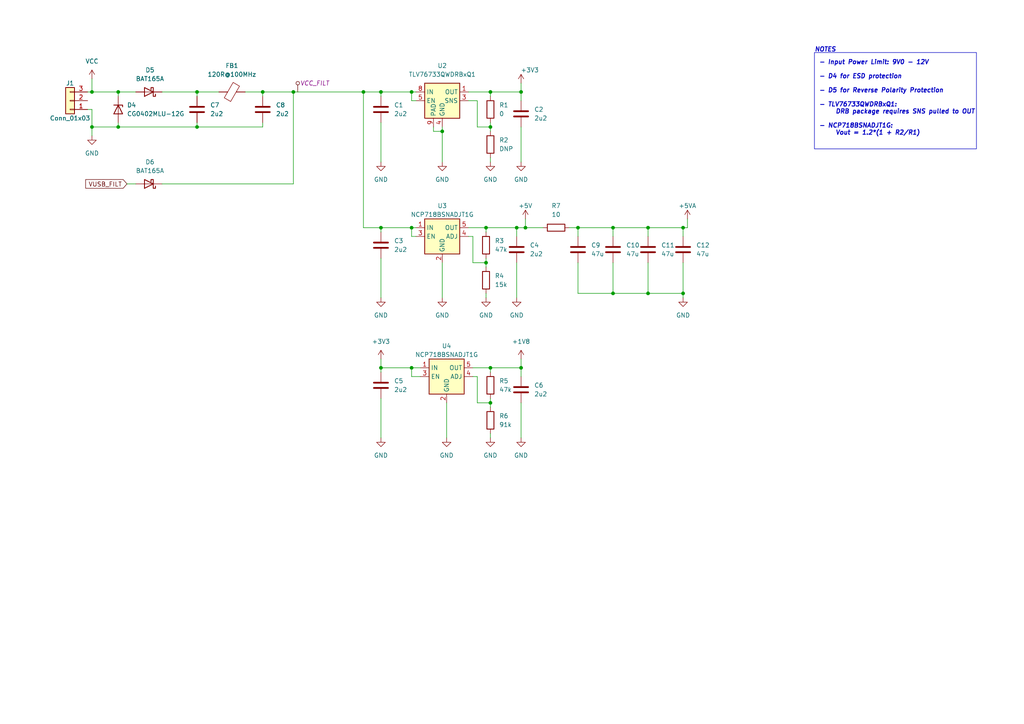
<source format=kicad_sch>
(kicad_sch (version 20230121) (generator eeschema)
  (paper "A4")
  (lib_symbols
    (symbol "Connector_Generic:Conn_01x03" (pin_names (offset 1.016) hide)
      (property "Reference" "J" (at 0 5.08 0))
      (property "Value" "Conn_01x03" (at 0 -5.08 0))
      (symbol "Conn_01x03_1_1"
        (rectangle (start -1.27 -2.413) (end 0 -2.667) (stroke (width 0.1524)))
        (rectangle (start -1.27 0.127) (end 0 -0.127) (stroke (width 0.1524)))
        (rectangle (start -1.27 2.667) (end 0 2.413) (stroke (width 0.1524)))
        (rectangle (start -1.27 3.81) (end 1.27 -3.81) (stroke (width 0.254)) (fill (type background)))
        (pin passive line (at -5.08 2.54 0) (length 3.81) (name "Pin_1") (number "1"))
        (pin passive line (at -5.08 0 0) (length 3.81) (name "Pin_2") (number "2"))
        (pin passive line (at -5.08 -2.54 0) (length 3.81) (name "Pin_3") (number "3"))
      )
    )
    (symbol "Device:C" (pin_numbers hide) (pin_names (offset 0.254))
      (property "Reference" "C" (at 0.635 2.54 0))
      (property "Value" "C" (at 0.635 -2.54 0))
      (symbol "C_0_1"
        (polyline (pts (xy -2.032 -0.762) (xy 2.032 -0.762)) (stroke (width 0.508)))
        (polyline (pts (xy -2.032 0.762) (xy 2.032 0.762)) (stroke (width 0.508)))
      )
      (symbol "C_1_1"
        (pin passive line (at 0 3.81 270) (length 2.794) (name "~") (number "1"))
        (pin passive line (at 0 -3.81 90) (length 2.794) (name "~") (number "2"))
      )
    )
    (symbol "Device:D_Schottky" (pin_numbers hide) (pin_names (offset 1.016) hide)
      (property "Reference" "D" (at 0 2.54 0))
      (property "Value" "D_Schottky" (at 0 -2.54 0))
      (symbol "D_Schottky_0_1"
        (polyline (pts (xy 1.27 0) (xy -1.27 0)))
        (polyline (pts (xy 1.27 1.27) (xy 1.27 -1.27) (xy -1.27 0) (xy 1.27 1.27)) (stroke (width 0.254)))
        (polyline (pts (xy -1.905 0.635) (xy -1.905 1.27) (xy -1.27 1.27) (xy -1.27 -1.27) (xy -0.635 -1.27) (xy -0.635 -0.635)) (stroke (width 0.254)))
      )
      (symbol "D_Schottky_1_1"
        (pin passive line (at -3.81 0 0) (length 2.54) (name "K") (number "1"))
        (pin passive line (at 3.81 0 180) (length 2.54) (name "A") (number "2"))
      )
    )
    (symbol "Device:D_Zener" (pin_numbers hide) (pin_names (offset 1.016) hide)
      (property "Reference" "D" (at 0 2.54 0))
      (property "Value" "D_Zener" (at 0 -2.54 0))
      (symbol "D_Zener_0_1"
        (polyline (pts (xy 1.27 0) (xy -1.27 0)))
        (polyline (pts (xy -1.27 -1.27) (xy -1.27 1.27) (xy -0.762 1.27)) (stroke (width 0.254)))
        (polyline (pts (xy 1.27 -1.27) (xy 1.27 1.27) (xy -1.27 0) (xy 1.27 -1.27)) (stroke (width 0.254)))
      )
      (symbol "D_Zener_1_1"
        (pin passive line (at -3.81 0 0) (length 2.54) (name "K") (number "1"))
        (pin passive line (at 3.81 0 180) (length 2.54) (name "A") (number "2"))
      )
    )
    (symbol "Device:FerriteBead" (pin_numbers hide) (pin_names (offset 0))
      (property "Reference" "FB" (at -3.81 0.635 90))
      (property "Value" "FerriteBead" (at 3.81 0 90))
      (symbol "FerriteBead_0_1"
        (polyline (pts (xy 0 -1.27) (xy 0 -1.2192)))
        (polyline (pts (xy 0 1.27) (xy 0 1.2954)))
        (polyline (pts (xy -2.7686 0.4064) (xy -1.7018 2.2606) (xy 2.7686 -0.3048) (xy 1.6764 -2.159) (xy -2.7686 0.4064)))
      )
      (symbol "FerriteBead_1_1"
        (pin passive line (at 0 3.81 270) (length 2.54) (name "~") (number "1"))
        (pin passive line (at 0 -3.81 90) (length 2.54) (name "~") (number "2"))
      )
    )
    (symbol "Device:R" (pin_numbers hide) (pin_names (offset 0))
      (property "Reference" "R" (at 2.032 0 90))
      (property "Value" "R" (at 0 0 90))
      (symbol "R_0_1"
        (rectangle (start -1.016 -2.54) (end 1.016 2.54) (stroke (width 0.254)))
      )
      (symbol "R_1_1"
        (pin passive line (at 0 3.81 270) (length 1.27) (name "~") (number "1"))
        (pin passive line (at 0 -3.81 90) (length 1.27) (name "~") (number "2"))
      )
    )
    (symbol "Regulator_Linear:NCP718BSNADJT1G"
      (property "Reference" "U" (at 0 0 0))
      (symbol "NCP718BSNADJT1G_0_1"
        (rectangle (start -5.08 -1.27) (end 5.08 -11.43) (stroke (width 0.254)) (fill (type background)))
        (pin power_in line (at -7.62 -3.81 0) (length 2.54) (name "IN") (number "1"))
        (pin input line (at -7.62 -6.35 0) (length 2.54) (name "EN") (number "3"))
      )
      (symbol "NCP718BSNADJT1G_1_1"
        (pin power_in line (at 0 -13.97 90) (length 2.54) (name "GND") (number "2"))
        (pin input line (at 7.62 -6.35 180) (length 2.54) (name "ADJ") (number "4"))
        (pin power_out line (at 7.62 -3.81 180) (length 2.54) (name "OUT") (number "5"))
      )
    )
    (symbol "Regulator_Linear:TLV76733QWDRBxQ1"
      (property "Reference" "U" (at 0 8.89 0))
      (property "Value" "TLV76733QWDRBxQ1" (at 0 6.35 0))
      (symbol "TLV76733QWDRBxQ1_0_1"
        (rectangle (start -5.08 5.08) (end 5.08 -5.08) (stroke (width 0.254)) (fill (type background)))
      )
      (symbol "TLV76733QWDRBxQ1_1_1"
        (pin power_out line (at 7.62 2.54 180) (length 2.54) (name "OUT") (number "1"))
        (pin no_connect line (at 5.08 -2.54 180) (length 2.54) hide (name "NC") (number "2"))
        (pin input line (at 7.62 0 180) (length 2.54) (name "SNS") (number "3"))
        (pin power_in line (at 0 -7.62 90) (length 2.54) (name "GND") (number "4"))
        (pin input line (at -7.62 0 0) (length 2.54) (name "EN") (number "5"))
        (pin passive line (at 0 -7.62 90) (length 2.54) hide (name "GND") (number "6"))
        (pin no_connect line (at -5.08 -2.54 0) (length 2.54) hide (name "NC") (number "7"))
        (pin power_in line (at -7.62 2.54 0) (length 2.54) (name "IN") (number "8"))
        (pin passive line (at -2.54 -7.62 90) (length 2.54) (name "PAD") (number "9"))
      )
    )
    (symbol "power:+1V8" (power) (pin_names (offset 0))
      (property "Value" "+1V8" (at 0 3.556 0))
      (symbol "+1V8_0_1"
        (polyline (pts (xy -0.762 1.27) (xy 0 2.54)))
        (polyline (pts (xy 0 0) (xy 0 2.54)))
        (polyline (pts (xy 0 2.54) (xy 0.762 1.27)))
      )
      (symbol "+1V8_1_1"
        (pin power_in line (at 0 0 90) (length 0) hide (name "+1V8") (number "1"))
      )
    )
    (symbol "power:+3V3" (power) (pin_names (offset 0))
      (property "Value" "+3V3" (at 0 3.556 0))
      (symbol "+3V3_0_1"
        (polyline (pts (xy -0.762 1.27) (xy 0 2.54)))
        (polyline (pts (xy 0 0) (xy 0 2.54)))
        (polyline (pts (xy 0 2.54) (xy 0.762 1.27)))
      )
      (symbol "+3V3_1_1"
        (pin power_in line (at 0 0 90) (length 0) hide (name "+3V3") (number "1"))
      )
    )
    (symbol "power:+5V" (power) (pin_names (offset 0))
      (property "Value" "+5V" (at 0 3.556 0))
      (symbol "+5V_0_1"
        (polyline (pts (xy -0.762 1.27) (xy 0 2.54)))
        (polyline (pts (xy 0 0) (xy 0 2.54)))
        (polyline (pts (xy 0 2.54) (xy 0.762 1.27)))
      )
      (symbol "+5V_1_1"
        (pin power_in line (at 0 0 90) (length 0) hide (name "+5V") (number "1"))
      )
    )
    (symbol "power:+5VA" (power) (pin_names (offset 0))
      (property "Value" "+5VA" (at 0 3.556 0))
      (symbol "+5VA_0_1"
        (polyline (pts (xy -0.762 1.27) (xy 0 2.54)))
        (polyline (pts (xy 0 0) (xy 0 2.54)))
        (polyline (pts (xy 0 2.54) (xy 0.762 1.27)))
      )
      (symbol "+5VA_1_1"
        (pin power_in line (at 0 0 90) (length 0) hide (name "+5VA") (number "1"))
      )
    )
    (symbol "power:GND" (power) (pin_names (offset 0))
      (property "Value" "GND" (at 0 -3.81 0))
      (symbol "GND_0_1"
        (polyline (pts (xy 0 0) (xy 0 -1.27) (xy 1.27 -1.27) (xy 0 -2.54) (xy -1.27 -1.27) (xy 0 -1.27)))
      )
      (symbol "GND_1_1"
        (pin power_in line (at 0 0 270) (length 0) hide (name "GND") (number "1"))
      )
    )
    (symbol "power:VCC" (power) (pin_names (offset 0))
      (property "Value" "VCC" (at 0 3.81 0))
      (symbol "VCC_0_1"
        (polyline (pts (xy -0.762 1.27) (xy 0 2.54)))
        (polyline (pts (xy 0 0) (xy 0 2.54)))
        (polyline (pts (xy 0 2.54) (xy 0.762 1.27)))
      )
      (symbol "VCC_1_1"
        (pin power_in line (at 0 0 90) (length 0) hide (name "VCC") (number "1"))
      )
    )
  )
  (junction (at 152.4 66.04))
  (junction (at 34.29 36.83))
  (junction (at 119.38 66.04))
  (junction (at 198.12 85.09))
  (junction (at 151.13 26.67))
  (junction (at 105.41 26.67))
  (junction (at 110.49 26.67))
  (junction (at 187.96 85.09))
  (junction (at 76.2 26.67))
  (junction (at 26.67 36.83))
  (junction (at 177.8 85.09))
  (junction (at 177.8 66.04))
  (junction (at 110.49 66.04))
  (junction (at 110.49 106.68))
  (junction (at 187.96 66.04))
  (junction (at 128.27 38.1))
  (junction (at 167.64 66.04))
  (junction (at 142.24 36.83))
  (junction (at 142.24 26.67))
  (junction (at 149.86 66.04))
  (junction (at 26.67 26.67))
  (junction (at 142.24 116.84))
  (junction (at 57.15 36.83))
  (junction (at 57.15 26.67))
  (junction (at 119.38 106.68))
  (junction (at 140.97 76.2))
  (junction (at 140.97 66.04))
  (junction (at 34.29 26.67))
  (junction (at 85.09 26.67))
  (junction (at 142.24 106.68))
  (junction (at 198.12 66.04))
  (junction (at 119.38 26.67))
  (junction (at 151.13 106.68))
  (wire (pts (xy 34.29 26.67) (xy 39.37 26.67)))
  (wire (pts (xy 85.09 26.67) (xy 105.41 26.67)))
  (wire (pts (xy 151.13 36.83) (xy 151.13 46.99)))
  (wire (pts (xy 165.1 66.04) (xy 167.64 66.04)))
  (wire (pts (xy 128.27 76.2) (xy 128.27 86.36)))
  (wire (pts (xy 119.38 29.21) (xy 119.38 26.67)))
  (wire (pts (xy 46.99 53.34) (xy 85.09 53.34)))
  (wire (pts (xy 85.09 53.34) (xy 85.09 26.67)))
  (wire (pts (xy 110.49 106.68) (xy 119.38 106.68)))
  (wire (pts (xy 110.49 104.14) (xy 110.49 106.68)))
  (wire (pts (xy 57.15 35.56) (xy 57.15 36.83)))
  (wire (pts (xy 110.49 35.56) (xy 110.49 46.99)))
  (wire (pts (xy 199.39 63.5) (xy 199.39 66.04)))
  (wire (pts (xy 76.2 26.67) (xy 85.09 26.67)))
  (wire (pts (xy 26.67 22.86) (xy 26.67 26.67)))
  (wire (pts (xy 140.97 66.04) (xy 149.86 66.04)))
  (wire (pts (xy 128.27 38.1) (xy 128.27 46.99)))
  (wire (pts (xy 140.97 85.09) (xy 140.97 86.36)))
  (wire (pts (xy 34.29 36.83) (xy 34.29 35.56)))
  (wire (pts (xy 198.12 76.2) (xy 198.12 85.09)))
  (wire (pts (xy 110.49 27.94) (xy 110.49 26.67)))
  (wire (pts (xy 138.43 109.22) (xy 138.43 116.84)))
  (wire (pts (xy 167.64 76.2) (xy 167.64 85.09)))
  (wire (pts (xy 57.15 36.83) (xy 34.29 36.83)))
  (wire (pts (xy 105.41 66.04) (xy 105.41 26.67)))
  (wire (pts (xy 110.49 66.04) (xy 110.49 67.31)))
  (wire (pts (xy 167.64 66.04) (xy 167.64 68.58)))
  (wire (pts (xy 142.24 106.68) (xy 151.13 106.68)))
  (wire (pts (xy 167.64 66.04) (xy 177.8 66.04)))
  (wire (pts (xy 119.38 109.22) (xy 119.38 106.68)))
  (wire (pts (xy 142.24 125.73) (xy 142.24 127)))
  (wire (pts (xy 140.97 67.31) (xy 140.97 66.04)))
  (wire (pts (xy 142.24 116.84) (xy 142.24 118.11)))
  (wire (pts (xy 110.49 74.93) (xy 110.49 86.36)))
  (wire (pts (xy 151.13 29.21) (xy 151.13 26.67)))
  (wire (pts (xy 125.73 36.83) (xy 125.73 38.1)))
  (wire (pts (xy 57.15 26.67) (xy 63.5 26.67)))
  (wire (pts (xy 149.86 76.2) (xy 149.86 86.36)))
  (wire (pts (xy 34.29 26.67) (xy 34.29 27.94)))
  (wire (pts (xy 129.54 116.84) (xy 129.54 127)))
  (wire (pts (xy 120.65 29.21) (xy 119.38 29.21)))
  (wire (pts (xy 120.65 68.58) (xy 119.38 68.58)))
  (wire (pts (xy 142.24 27.94) (xy 142.24 26.67)))
  (wire (pts (xy 137.16 76.2) (xy 140.97 76.2)))
  (wire (pts (xy 152.4 63.5) (xy 152.4 66.04)))
  (wire (pts (xy 119.38 66.04) (xy 120.65 66.04)))
  (wire (pts (xy 76.2 36.83) (xy 57.15 36.83)))
  (wire (pts (xy 187.96 66.04) (xy 187.96 68.58)))
  (wire (pts (xy 135.89 29.21) (xy 138.43 29.21)))
  (wire (pts (xy 135.89 68.58) (xy 137.16 68.58)))
  (wire (pts (xy 26.67 26.67) (xy 34.29 26.67)))
  (wire (pts (xy 151.13 104.14) (xy 151.13 106.68)))
  (wire (pts (xy 110.49 66.04) (xy 105.41 66.04)))
  (wire (pts (xy 76.2 35.56) (xy 76.2 36.83)))
  (wire (pts (xy 149.86 66.04) (xy 152.4 66.04)))
  (wire (pts (xy 137.16 106.68) (xy 142.24 106.68)))
  (wire (pts (xy 167.64 85.09) (xy 177.8 85.09)))
  (wire (pts (xy 71.12 26.67) (xy 76.2 26.67)))
  (wire (pts (xy 177.8 66.04) (xy 187.96 66.04)))
  (wire (pts (xy 187.96 66.04) (xy 198.12 66.04)))
  (wire (pts (xy 177.8 85.09) (xy 187.96 85.09)))
  (wire (pts (xy 119.38 26.67) (xy 120.65 26.67)))
  (wire (pts (xy 26.67 36.83) (xy 34.29 36.83)))
  (wire (pts (xy 142.24 45.72) (xy 142.24 46.99)))
  (wire (pts (xy 110.49 115.57) (xy 110.49 127)))
  (wire (pts (xy 135.89 26.67) (xy 142.24 26.67)))
  (wire (pts (xy 138.43 36.83) (xy 142.24 36.83)))
  (wire (pts (xy 110.49 107.95) (xy 110.49 106.68)))
  (wire (pts (xy 26.67 31.75) (xy 26.67 36.83)))
  (wire (pts (xy 138.43 29.21) (xy 138.43 36.83)))
  (wire (pts (xy 110.49 26.67) (xy 119.38 26.67)))
  (wire (pts (xy 199.39 66.04) (xy 198.12 66.04)))
  (wire (pts (xy 25.4 31.75) (xy 26.67 31.75)))
  (wire (pts (xy 142.24 36.83) (xy 142.24 35.56)))
  (wire (pts (xy 57.15 26.67) (xy 57.15 27.94)))
  (wire (pts (xy 140.97 76.2) (xy 140.97 77.47)))
  (wire (pts (xy 187.96 76.2) (xy 187.96 85.09)))
  (wire (pts (xy 151.13 116.84) (xy 151.13 127)))
  (wire (pts (xy 119.38 68.58) (xy 119.38 66.04)))
  (wire (pts (xy 151.13 109.22) (xy 151.13 106.68)))
  (wire (pts (xy 142.24 115.57) (xy 142.24 116.84)))
  (wire (pts (xy 198.12 66.04) (xy 198.12 68.58)))
  (wire (pts (xy 119.38 106.68) (xy 121.92 106.68)))
  (wire (pts (xy 142.24 26.67) (xy 151.13 26.67)))
  (wire (pts (xy 198.12 85.09) (xy 198.12 86.36)))
  (wire (pts (xy 149.86 68.58) (xy 149.86 66.04)))
  (wire (pts (xy 142.24 107.95) (xy 142.24 106.68)))
  (wire (pts (xy 121.92 109.22) (xy 119.38 109.22)))
  (wire (pts (xy 151.13 24.13) (xy 151.13 26.67)))
  (wire (pts (xy 128.27 36.83) (xy 128.27 38.1)))
  (wire (pts (xy 137.16 109.22) (xy 138.43 109.22)))
  (wire (pts (xy 76.2 26.67) (xy 76.2 27.94)))
  (wire (pts (xy 177.8 76.2) (xy 177.8 85.09)))
  (wire (pts (xy 140.97 74.93) (xy 140.97 76.2)))
  (wire (pts (xy 138.43 116.84) (xy 142.24 116.84)))
  (wire (pts (xy 110.49 66.04) (xy 119.38 66.04)))
  (wire (pts (xy 105.41 26.67) (xy 110.49 26.67)))
  (wire (pts (xy 142.24 36.83) (xy 142.24 38.1)))
  (wire (pts (xy 152.4 66.04) (xy 157.48 66.04)))
  (wire (pts (xy 46.99 26.67) (xy 57.15 26.67)))
  (wire (pts (xy 25.4 26.67) (xy 26.67 26.67)))
  (wire (pts (xy 36.83 53.34) (xy 39.37 53.34)))
  (wire (pts (xy 135.89 66.04) (xy 140.97 66.04)))
  (wire (pts (xy 177.8 66.04) (xy 177.8 68.58)))
  (wire (pts (xy 187.96 85.09) (xy 198.12 85.09)))
  (wire (pts (xy 125.73 38.1) (xy 128.27 38.1)))
  (wire (pts (xy 137.16 68.58) (xy 137.16 76.2)))
  (wire (pts (xy 26.67 36.83) (xy 26.67 39.37)))
  (rectangle (start 236.22 15.24) (end 283.21 43.18))
  (text "NOTES" (at 236.22 15.24 0) (effects (font (size 1.27 1.27) bold italic) (justify left bottom)))
  (text "- Input Power Limit: 9V0 - 12V\n\n- D4 for ESD protection\n\n- D5 for Reverse Polarity Protection\n\n- TLV76733QWDRBxQ1:\n	DRB package requires SNS pulled to OUT\n\n- NCP718BSNADJT1G: \n	Vout = 1.2*(1 + R2/R1)" (at 237.49 39.37 0) (effects (font (size 1.27 1.27) bold italic) (justify left bottom)))
  (text "\n\n" (at 161.29 31.75 0) (effects (font (size 1.27 1.27)) (justify left bottom)))
  (global_label "VUSB_FILT" (shape input) (at 36.83 53.34 180) (property "Intersheetrefs" "${INTERSHEET_REFS}" (effects hide)))
  (netclass_flag "" (length 2.54) (shape round) (at 86.36 26.67 0) (property "Netclass" "VCC_FILT" (at 87.0585 24.13 0) (effects (font italic) (justify left))))
  (symbol (lib_id "Device:C") (at 76.2 31.75 0) (unit 1)
    (property "Reference" "C8" (at 80.01 30.48 0) (effects (justify left)))
    (property "Value" "2u2" (at 80.01 33.02 0) (effects (justify left)))
    (property "Footprint" "Capacitor_SMD:C_0402_1005Metric" (effects hide))
  )
  (symbol (lib_id "Device:FerriteBead") (at 67.31 26.67 90) (unit 1)
    (property "Reference" "FB1" (at 67.2592 19.05 90))
    (property "Value" "120R@100MHz" (at 67.2592 21.59 90))
    (property "Footprint" "Inductor_SMD:L_0402_1005Metric" (effects hide))
  )
  (symbol (lib_id "Device:C") (at 110.49 111.76 0) (unit 1)
    (property "Reference" "C5" (at 114.3 110.49 0) (effects (justify left)))
    (property "Value" "2u2" (at 114.3 113.03 0) (effects (justify left)))
    (property "Footprint" "Capacitor_SMD:C_0402_1005Metric" (effects hide))
  )
  (symbol (lib_id "power:GND") (at 142.24 46.99 0) (unit 1)
    (property "Reference" "#PWR03" (effects hide))
    (property "Value" "GND" (at 142.24 52.07 0))
  )
  (symbol (lib_id "power:GND") (at 142.24 127 0) (unit 1)
    (property "Reference" "#PWR09" (effects hide))
    (property "Value" "GND" (at 142.24 132.08 0))
  )
  (symbol (lib_id "Device:R") (at 161.29 66.04 90) (unit 1)
    (property "Reference" "R7" (at 161.29 59.69 90))
    (property "Value" "10" (at 161.29 62.23 90))
    (property "Footprint" "Resistor_SMD:R_0402_1005Metric" (effects hide))
  )
  (symbol (lib_id "Device:D_Zener") (at 34.29 31.75 270) (unit 1)
    (property "Reference" "D4" (at 36.83 30.48 90) (effects (justify left)))
    (property "Value" "CG0402MLU-12G" (at 36.83 33.02 90) (effects (justify left)))
    (property "Footprint" "Diode_SMD:D_0402_1005Metric" (effects hide))
  )
  (symbol (lib_id "Device:R") (at 140.97 71.12 0) (unit 1)
    (property "Reference" "R3" (at 143.51 69.85 0) (effects (justify left)))
    (property "Value" "47k" (at 143.51 72.39 0) (effects (justify left)))
    (property "Footprint" "Resistor_SMD:R_0402_1005Metric" (effects hide))
  )
  (symbol (lib_id "Device:R") (at 142.24 111.76 0) (unit 1)
    (property "Reference" "R5" (at 144.78 110.49 0) (effects (justify left)))
    (property "Value" "47k" (at 144.78 113.03 0) (effects (justify left)))
    (property "Footprint" "Resistor_SMD:R_0402_1005Metric" (effects hide))
  )
  (symbol (lib_id "power:GND") (at 128.27 86.36 0) (unit 1)
    (property "Reference" "#PWR014" (effects hide))
    (property "Value" "GND" (at 128.27 91.44 0))
  )
  (symbol (lib_id "Device:D_Schottky") (at 43.18 53.34 180) (unit 1)
    (property "Reference" "D6" (at 43.4975 46.99 0))
    (property "Value" "BAT165A" (at 43.4975 49.53 0))
    (property "Footprint" "Diode_SMD:D_SOD-323_HandSoldering" (effects hide))
  )
  (symbol (lib_id "Device:R") (at 142.24 41.91 0) (unit 1)
    (property "Reference" "R2" (at 144.78 40.64 0) (effects (justify left)))
    (property "Value" "DNP" (at 144.78 43.18 0) (effects (justify left)))
    (property "Footprint" "Resistor_SMD:R_0402_1005Metric" (effects hide))
  )
  (symbol (lib_id "power:GND") (at 128.27 46.99 0) (unit 1)
    (property "Reference" "#PWR01" (effects hide))
    (property "Value" "GND" (at 128.27 52.07 0))
  )
  (symbol (lib_id "power:+3V3") (at 110.49 104.14 0) (unit 1)
    (property "Reference" "#PWR018" (effects hide))
    (property "Value" "+3V3" (at 110.49 99.06 0))
  )
  (symbol (lib_id "Device:C") (at 187.96 72.39 0) (unit 1)
    (property "Reference" "C11" (at 191.77 71.12 0) (effects (justify left)))
    (property "Value" "47u" (at 191.77 73.66 0) (effects (justify left)))
    (property "Footprint" "Capacitor_SMD:C_0402_1005Metric" (effects hide))
  )
  (symbol (lib_id "Device:C") (at 57.15 31.75 0) (unit 1)
    (property "Reference" "C7" (at 60.96 30.48 0) (effects (justify left)))
    (property "Value" "2u2" (at 60.96 33.02 0) (effects (justify left)))
    (property "Footprint" "Capacitor_SMD:C_0402_1005Metric" (effects hide))
  )
  (symbol (lib_id "Device:R") (at 142.24 121.92 0) (unit 1)
    (property "Reference" "R6" (at 144.78 120.65 0) (effects (justify left)))
    (property "Value" "91k" (at 144.78 123.19 0) (effects (justify left)))
    (property "Footprint" "Resistor_SMD:R_0402_1005Metric" (effects hide))
  )
  (symbol (lib_id "power:GND") (at 151.13 127 0) (unit 1)
    (property "Reference" "#PWR011" (effects hide))
    (property "Value" "GND" (at 151.13 132.08 0))
  )
  (symbol (lib_id "Device:C") (at 167.64 72.39 0) (unit 1)
    (property "Reference" "C9" (at 171.45 71.12 0) (effects (justify left)))
    (property "Value" "47u" (at 171.45 73.66 0) (effects (justify left)))
    (property "Footprint" "Capacitor_SMD:C_0402_1005Metric" (effects hide))
  )
  (symbol (lib_id "Device:R") (at 140.97 81.28 0) (unit 1)
    (property "Reference" "R4" (at 143.51 80.01 0) (effects (justify left)))
    (property "Value" "15k" (at 143.51 82.55 0) (effects (justify left)))
    (property "Footprint" "Resistor_SMD:R_0402_1005Metric" (effects hide))
  )
  (symbol (lib_id "power:GND") (at 110.49 46.99 0) (unit 1)
    (property "Reference" "#PWR02" (effects hide))
    (property "Value" "GND" (at 110.49 52.07 0))
  )
  (symbol (lib_id "Regulator_Linear:NCP718BSNADJT1G") (at 129.54 102.87 0) (unit 1)
    (property "Reference" "U4" (at 129.54 100.33 0))
    (property "Value" "NCP718BSNADJT1G" (at 129.54 102.87 0))
    (property "Footprint" "Package_TO_SOT_SMD:SOT-23-5" (effects hide))
  )
  (symbol (lib_id "Device:C") (at 151.13 113.03 0) (unit 1)
    (property "Reference" "C6" (at 154.94 111.76 0) (effects (justify left)))
    (property "Value" "2u2" (at 154.94 114.3 0) (effects (justify left)))
    (property "Footprint" "Capacitor_SMD:C_0402_1005Metric" (effects hide))
  )
  (symbol (lib_id "power:GND") (at 129.54 127 0) (unit 1)
    (property "Reference" "#PWR012" (effects hide))
    (property "Value" "GND" (at 129.54 132.08 0))
  )
  (symbol (lib_id "Device:C") (at 198.12 72.39 0) (unit 1)
    (property "Reference" "C12" (at 201.93 71.12 0) (effects (justify left)))
    (property "Value" "47u" (at 201.93 73.66 0) (effects (justify left)))
    (property "Footprint" "Capacitor_SMD:C_0402_1005Metric" (effects hide))
  )
  (symbol (lib_id "power:GND") (at 198.12 86.36 0) (unit 1)
    (property "Reference" "#PWR019" (effects hide))
    (property "Value" "GND" (at 198.12 91.44 0))
  )
  (symbol (lib_id "power:GND") (at 140.97 86.36 0) (unit 1)
    (property "Reference" "#PWR05" (effects hide))
    (property "Value" "GND" (at 140.97 91.44 0))
  )
  (symbol (lib_id "power:GND") (at 110.49 127 0) (unit 1)
    (property "Reference" "#PWR013" (effects hide))
    (property "Value" "GND" (at 110.49 132.08 0))
  )
  (symbol (lib_id "Device:C") (at 110.49 31.75 0) (unit 1)
    (property "Reference" "C1" (at 114.3 30.48 0) (effects (justify left)))
    (property "Value" "2u2" (at 114.3 33.02 0) (effects (justify left)))
    (property "Footprint" "Capacitor_SMD:C_0402_1005Metric" (effects hide))
  )
  (symbol (lib_id "power:GND") (at 149.86 86.36 0) (unit 1)
    (property "Reference" "#PWR06" (effects hide))
    (property "Value" "GND" (at 149.86 91.44 0))
  )
  (symbol (lib_id "power:+1V8") (at 151.13 104.14 0) (unit 1)
    (property "Reference" "#PWR010" (effects hide))
    (property "Value" "+1V8" (at 151.13 99.06 0))
  )
  (symbol (lib_id "Device:D_Schottky") (at 43.18 26.67 180) (unit 1)
    (property "Reference" "D5" (at 43.4975 20.32 0))
    (property "Value" "BAT165A" (at 43.4975 22.86 0))
    (property "Footprint" "Diode_SMD:D_SOD-323_HandSoldering" (effects hide))
  )
  (symbol (lib_id "Device:C") (at 151.13 33.02 0) (unit 1)
    (property "Reference" "C2" (at 154.94 31.75 0) (effects (justify left)))
    (property "Value" "2u2" (at 154.94 34.29 0) (effects (justify left)))
    (property "Footprint" "Capacitor_SMD:C_0402_1005Metric" (effects hide))
  )
  (symbol (lib_id "power:+3V3") (at 151.13 24.13 0) (unit 1)
    (property "Reference" "#PWR08" (effects hide))
    (property "Value" "+3V3" (at 153.67 20.32 0))
  )
  (symbol (lib_id "Connector_Generic:Conn_01x03") (at 20.32 29.21 180) (unit 1)
    (property "Reference" "J1" (at 20.32 24.13 0))
    (property "Value" "Conn_01x03" (at 20.32 34.29 0))
    (property "Footprint" "Connector_Molex:Molex_PicoBlade_53048-0310_1x03_P1.25mm_Horizontal" (effects hide))
  )
  (symbol (lib_id "Device:R") (at 142.24 31.75 0) (unit 1)
    (property "Reference" "R1" (at 144.78 30.48 0) (effects (justify left)))
    (property "Value" "0" (at 144.78 33.02 0) (effects (justify left)))
    (property "Footprint" "Resistor_SMD:R_0402_1005Metric" (effects hide))
  )
  (symbol (lib_id "Device:C") (at 177.8 72.39 0) (unit 1)
    (property "Reference" "C10" (at 181.61 71.12 0) (effects (justify left)))
    (property "Value" "47u" (at 181.61 73.66 0) (effects (justify left)))
    (property "Footprint" "Capacitor_SMD:C_0402_1005Metric" (effects hide))
  )
  (symbol (lib_id "power:GND") (at 26.67 39.37 0) (unit 1)
    (property "Reference" "#PWR016" (effects hide))
    (property "Value" "GND" (at 26.67 44.45 0))
  )
  (symbol (lib_id "power:VCC") (at 26.67 22.86 0) (unit 1)
    (property "Reference" "#PWR017" (effects hide))
    (property "Value" "VCC" (at 26.67 17.78 0))
  )
  (symbol (lib_id "Device:C") (at 149.86 72.39 0) (unit 1)
    (property "Reference" "C4" (at 153.67 71.12 0) (effects (justify left)))
    (property "Value" "2u2" (at 153.67 73.66 0) (effects (justify left)))
    (property "Footprint" "Capacitor_SMD:C_0402_1005Metric" (effects hide))
  )
  (symbol (lib_id "Device:C") (at 110.49 71.12 0) (unit 1)
    (property "Reference" "C3" (at 114.3 69.85 0) (effects (justify left)))
    (property "Value" "2u2" (at 114.3 72.39 0) (effects (justify left)))
    (property "Footprint" "Capacitor_SMD:C_0402_1005Metric" (effects hide))
  )
  (symbol (lib_id "Regulator_Linear:NCP718BSNADJT1G") (at 128.27 62.23 0) (unit 1)
    (property "Reference" "U3" (at 128.27 59.69 0))
    (property "Value" "NCP718BSNADJT1G" (at 128.27 62.23 0))
    (property "Footprint" "Package_TO_SOT_SMD:SOT-23-5" (effects hide))
  )
  (symbol (lib_id "power:+5V") (at 152.4 63.5 0) (unit 1)
    (property "Reference" "#PWR07" (effects hide))
    (property "Value" "+5V" (at 152.4 59.69 0))
  )
  (symbol (lib_id "power:GND") (at 110.49 86.36 0) (unit 1)
    (property "Reference" "#PWR015" (effects hide))
    (property "Value" "GND" (at 110.49 91.44 0))
  )
  (symbol (lib_id "power:GND") (at 151.13 46.99 0) (unit 1)
    (property "Reference" "#PWR04" (effects hide))
    (property "Value" "GND" (at 151.13 52.07 0))
  )
  (symbol (lib_id "Regulator_Linear:TLV76733QWDRBxQ1") (at 128.27 29.21 0) (unit 1)
    (property "Reference" "U2" (at 128.27 19.05 0))
    (property "Value" "TLV76733QWDRBxQ1" (at 128.27 21.59 0))
    (property "Footprint" "Package_SON:VSON-8-1EP_3x3mm_P0.65mm_EP1.65x2.4mm" (effects hide))
    (property "Datasheet" "www.ti.com/lit/gpn/TLV767-q1" (effects hide))
  )
  (symbol (lib_id "power:+5VA") (at 199.39 63.5 0) (unit 1)
    (property "Reference" "#PWR020" (effects hide))
    (property "Value" "+5VA" (at 199.39 59.69 0))
  )
)
</source>
